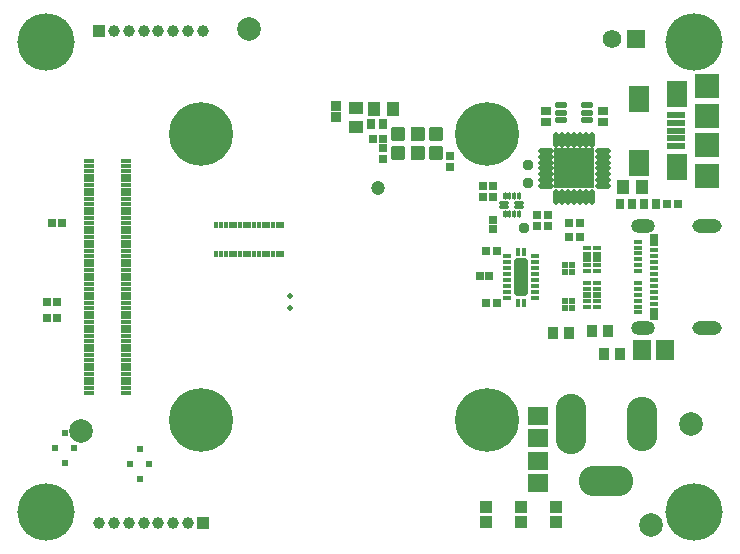
<source format=gbs>
G04*
G04 #@! TF.GenerationSoftware,Altium Limited,Altium Designer,20.0.13 (296)*
G04*
G04 Layer_Color=16711935*
%FSLAX44Y44*%
%MOMM*%
G71*
G01*
G75*
%ADD60C,1.2032*%
%ADD64C,2.0000*%
%ADD66R,0.8232X0.8232*%
%ADD67R,0.8532X0.7532*%
%ADD68R,0.7532X0.8532*%
%ADD69R,0.9032X1.1032*%
%ADD74R,1.1032X1.2032*%
%ADD75R,0.6532X0.7532*%
%ADD78R,0.7232X0.7232*%
%ADD81R,0.6500X0.4000*%
%ADD82R,0.6500X0.5000*%
%ADD83R,1.5032X1.7032*%
%ADD84R,1.7032X1.5032*%
%ADD85R,0.7232X0.7232*%
%ADD89R,0.7532X0.6532*%
%ADD91R,1.2032X1.1032*%
%ADD95O,0.6096X0.6092*%
%ADD96O,4.6000X2.6000*%
%ADD97O,2.6000X5.1000*%
%ADD98O,2.6000X4.6000*%
%ADD99C,2.0032*%
%ADD100C,1.0032*%
%ADD101R,1.0032X1.0032*%
%ADD102C,4.8500*%
%ADD103R,1.5712X1.5712*%
%ADD104C,1.5712*%
%ADD105O,2.0000X1.2000*%
%ADD106O,2.5000X1.2000*%
%ADD108C,0.5032*%
%ADD109C,0.6080*%
%ADD165R,0.3200X0.6000*%
%ADD166C,0.9532*%
G04:AMPARAMS|DCode=167|XSize=0.3mm|YSize=0.8mm|CornerRadius=0.1mm|HoleSize=0mm|Usage=FLASHONLY|Rotation=270.000|XOffset=0mm|YOffset=0mm|HoleType=Round|Shape=RoundedRectangle|*
%AMROUNDEDRECTD167*
21,1,0.3000,0.6000,0,0,270.0*
21,1,0.1000,0.8000,0,0,270.0*
1,1,0.2000,-0.3000,-0.0500*
1,1,0.2000,-0.3000,0.0500*
1,1,0.2000,0.3000,0.0500*
1,1,0.2000,0.3000,-0.0500*
%
%ADD167ROUNDEDRECTD167*%
G04:AMPARAMS|DCode=168|XSize=0.3mm|YSize=0.6mm|CornerRadius=0.1mm|HoleSize=0mm|Usage=FLASHONLY|Rotation=180.000|XOffset=0mm|YOffset=0mm|HoleType=Round|Shape=RoundedRectangle|*
%AMROUNDEDRECTD168*
21,1,0.3000,0.4000,0,0,180.0*
21,1,0.1000,0.6000,0,0,180.0*
1,1,0.2000,-0.0500,0.2000*
1,1,0.2000,0.0500,0.2000*
1,1,0.2000,0.0500,-0.2000*
1,1,0.2000,-0.0500,-0.2000*
%
%ADD168ROUNDEDRECTD168*%
%ADD169R,0.5632X0.5232*%
G04:AMPARAMS|DCode=170|XSize=0.39mm|YSize=0.74mm|CornerRadius=0.095mm|HoleSize=0mm|Usage=FLASHONLY|Rotation=270.000|XOffset=0mm|YOffset=0mm|HoleType=Round|Shape=RoundedRectangle|*
%AMROUNDEDRECTD170*
21,1,0.3900,0.5500,0,0,270.0*
21,1,0.2000,0.7400,0,0,270.0*
1,1,0.1900,-0.2750,-0.1000*
1,1,0.1900,-0.2750,0.1000*
1,1,0.1900,0.2750,0.1000*
1,1,0.1900,0.2750,-0.1000*
%
%ADD170ROUNDEDRECTD170*%
G04:AMPARAMS|DCode=171|XSize=1.14mm|YSize=3.14mm|CornerRadius=0.12mm|HoleSize=0mm|Usage=FLASHONLY|Rotation=0.000|XOffset=0mm|YOffset=0mm|HoleType=Round|Shape=RoundedRectangle|*
%AMROUNDEDRECTD171*
21,1,1.1400,2.9000,0,0,0.0*
21,1,0.9000,3.1400,0,0,0.0*
1,1,0.2400,0.4500,-1.4500*
1,1,0.2400,-0.4500,-1.4500*
1,1,0.2400,-0.4500,1.4500*
1,1,0.2400,0.4500,1.4500*
%
%ADD171ROUNDEDRECTD171*%
G04:AMPARAMS|DCode=172|XSize=0.39mm|YSize=0.74mm|CornerRadius=0.095mm|HoleSize=0mm|Usage=FLASHONLY|Rotation=0.000|XOffset=0mm|YOffset=0mm|HoleType=Round|Shape=RoundedRectangle|*
%AMROUNDEDRECTD172*
21,1,0.3900,0.5500,0,0,0.0*
21,1,0.2000,0.7400,0,0,0.0*
1,1,0.1900,0.1000,-0.2750*
1,1,0.1900,-0.1000,-0.2750*
1,1,0.1900,-0.1000,0.2750*
1,1,0.1900,0.1000,0.2750*
%
%ADD172ROUNDEDRECTD172*%
%ADD173R,0.8000X0.4000*%
%ADD174R,0.8000X1.1000*%
%ADD175R,1.8032X2.3032*%
%ADD176R,1.5532X0.6032*%
%ADD177R,2.1032X2.0032*%
%ADD178R,2.1032X2.1032*%
%ADD179R,3.3532X3.3532*%
%ADD180O,1.3532X0.5032*%
%ADD181O,0.5032X1.3532*%
G04:AMPARAMS|DCode=182|XSize=0.552mm|YSize=1.052mm|CornerRadius=0.176mm|HoleSize=0mm|Usage=FLASHONLY|Rotation=90.000|XOffset=0mm|YOffset=0mm|HoleType=Round|Shape=RoundedRectangle|*
%AMROUNDEDRECTD182*
21,1,0.5520,0.7000,0,0,90.0*
21,1,0.2000,1.0520,0,0,90.0*
1,1,0.3520,0.3500,0.1000*
1,1,0.3520,0.3500,-0.1000*
1,1,0.3520,-0.3500,-0.1000*
1,1,0.3520,-0.3500,0.1000*
%
%ADD182ROUNDEDRECTD182*%
%ADD183R,1.7032X2.2032*%
%ADD184R,0.9032X0.3832*%
%ADD185C,5.4000*%
D60*
X306982Y300261D02*
D03*
D64*
X538000Y15000D02*
D03*
X55500Y95000D02*
D03*
X198000Y435000D02*
D03*
D66*
X271000Y360500D02*
D03*
Y369500D02*
D03*
D67*
X497000Y356000D02*
D03*
Y366000D02*
D03*
X449000D02*
D03*
Y356000D02*
D03*
D68*
X310909Y354640D02*
D03*
X300909D02*
D03*
X542000Y287000D02*
D03*
X532000D02*
D03*
X512000Y287000D02*
D03*
X522000D02*
D03*
D69*
X498000Y160000D02*
D03*
X512000D02*
D03*
X455000Y178000D02*
D03*
X469000D02*
D03*
X502000Y179000D02*
D03*
X488000D02*
D03*
D74*
X303150Y367030D02*
D03*
X319150D02*
D03*
X514000Y301000D02*
D03*
X530000D02*
D03*
X356375Y345917D02*
D03*
X340375D02*
D03*
X323875D02*
D03*
X339875D02*
D03*
X340375Y329917D02*
D03*
X356375D02*
D03*
X339875D02*
D03*
X323875D02*
D03*
D75*
X404500Y293000D02*
D03*
X395500D02*
D03*
X468500Y259000D02*
D03*
X477500D02*
D03*
X441471Y268480D02*
D03*
X450472D02*
D03*
X441770Y278000D02*
D03*
X450770D02*
D03*
X404500Y302000D02*
D03*
X395500D02*
D03*
X468500Y271000D02*
D03*
X477500D02*
D03*
X26500Y204000D02*
D03*
X35500D02*
D03*
X311500Y342000D02*
D03*
X302500D02*
D03*
X39500Y271000D02*
D03*
X30500D02*
D03*
X407500Y203000D02*
D03*
X398500D02*
D03*
X407500Y247000D02*
D03*
X398500D02*
D03*
X560500Y287000D02*
D03*
X551500D02*
D03*
X26500Y190000D02*
D03*
X35500D02*
D03*
D78*
X393000Y226000D02*
D03*
X401000D02*
D03*
D81*
X491900Y250000D02*
D03*
Y245000D02*
D03*
Y235000D02*
D03*
Y230000D02*
D03*
X484100D02*
D03*
Y235000D02*
D03*
Y245000D02*
D03*
Y250000D02*
D03*
X491900Y220000D02*
D03*
Y215000D02*
D03*
Y205000D02*
D03*
Y200000D02*
D03*
X484100D02*
D03*
Y205000D02*
D03*
Y215000D02*
D03*
Y220000D02*
D03*
D82*
X491900Y240000D02*
D03*
X484100D02*
D03*
X491900Y210000D02*
D03*
X484100D02*
D03*
D83*
X549500Y163000D02*
D03*
X530500D02*
D03*
D84*
X442000Y107500D02*
D03*
Y88500D02*
D03*
X442000Y50500D02*
D03*
Y69500D02*
D03*
D85*
X404235Y265334D02*
D03*
Y273334D02*
D03*
D89*
X368000Y327500D02*
D03*
Y318500D02*
D03*
X311375Y333917D02*
D03*
Y324917D02*
D03*
D91*
X287827Y352214D02*
D03*
Y368214D02*
D03*
X356375Y345917D02*
D03*
Y329917D02*
D03*
X340375Y345917D02*
D03*
Y329917D02*
D03*
X323875Y345917D02*
D03*
Y329917D02*
D03*
D95*
X41500Y93250D02*
D03*
X41500Y67750D02*
D03*
X33750Y80500D02*
D03*
X49250D02*
D03*
X105000Y79750D02*
D03*
X105000Y54250D02*
D03*
X97250Y67000D02*
D03*
X112750D02*
D03*
D96*
X499750Y52750D02*
D03*
D97*
X470000Y101000D02*
D03*
D98*
X530000Y101000D02*
D03*
D99*
X571750Y101000D02*
D03*
D100*
X158500Y433000D02*
D03*
X146000D02*
D03*
X108500D02*
D03*
X96000D02*
D03*
X83500D02*
D03*
X121000D02*
D03*
X133500D02*
D03*
X71000Y17000D02*
D03*
X96000D02*
D03*
X83500D02*
D03*
X146000D02*
D03*
X133500D02*
D03*
X108500D02*
D03*
X121000D02*
D03*
D101*
X428000Y17750D02*
D03*
Y30250D02*
D03*
X398000Y17750D02*
D03*
Y30250D02*
D03*
X458000Y17750D02*
D03*
Y30250D02*
D03*
X71000Y433000D02*
D03*
X158500Y17000D02*
D03*
D102*
X26000Y424000D02*
D03*
X574000Y26000D02*
D03*
X26000D02*
D03*
X574000Y424000D02*
D03*
D103*
X525000Y427000D02*
D03*
D104*
X505000D02*
D03*
D105*
X531509Y268263D02*
D03*
Y181862D02*
D03*
D106*
X585109Y268263D02*
D03*
Y181862D02*
D03*
D108*
X232000Y209000D02*
D03*
Y199000D02*
D03*
D109*
X171673Y360672D02*
D03*
X142327Y331328D02*
D03*
Y360672D02*
D03*
X171673Y331328D02*
D03*
Y89328D02*
D03*
X142327Y118672D02*
D03*
Y89328D02*
D03*
X171673Y118672D02*
D03*
X413673D02*
D03*
X384328Y89328D02*
D03*
X384327Y118672D02*
D03*
X413673Y89328D02*
D03*
Y331328D02*
D03*
X384327Y360672D02*
D03*
X384328Y331328D02*
D03*
X413673Y360672D02*
D03*
D165*
X226000Y245000D02*
D03*
X222000D02*
D03*
X218000D02*
D03*
X214000D02*
D03*
X202000D02*
D03*
X198000D02*
D03*
X194000D02*
D03*
X190000D02*
D03*
X186000D02*
D03*
X182000D02*
D03*
X178000D02*
D03*
X174000D02*
D03*
X170000D02*
D03*
Y269000D02*
D03*
X174000D02*
D03*
X178000D02*
D03*
X182000D02*
D03*
X186000D02*
D03*
X190000D02*
D03*
X194000D02*
D03*
X198000D02*
D03*
X202000D02*
D03*
X206000D02*
D03*
X210000D02*
D03*
X214000D02*
D03*
X218000D02*
D03*
X222000D02*
D03*
X226000D02*
D03*
X210000Y245000D02*
D03*
X206000D02*
D03*
D166*
X434032Y320080D02*
D03*
X434108Y304756D02*
D03*
X430176Y266836D02*
D03*
D167*
X413501Y284000D02*
D03*
Y288000D02*
D03*
X426501D02*
D03*
Y284000D02*
D03*
D168*
X414001Y293499D02*
D03*
X418001D02*
D03*
X422001D02*
D03*
X426001D02*
D03*
Y278499D02*
D03*
X422001D02*
D03*
X418001D02*
D03*
X414001D02*
D03*
D169*
X465200Y205000D02*
D03*
X470800D02*
D03*
X465200Y235000D02*
D03*
X470800D02*
D03*
X465200Y229000D02*
D03*
X470800D02*
D03*
X465200Y199000D02*
D03*
X470800D02*
D03*
D170*
X439500Y242500D02*
D03*
Y237500D02*
D03*
Y222500D02*
D03*
Y217500D02*
D03*
Y227500D02*
D03*
X416500Y212500D02*
D03*
Y217500D02*
D03*
Y237500D02*
D03*
Y232500D02*
D03*
Y207500D02*
D03*
Y222500D02*
D03*
Y227500D02*
D03*
Y242500D02*
D03*
X439500Y232500D02*
D03*
Y207500D02*
D03*
Y212500D02*
D03*
D171*
X428000Y225000D02*
D03*
D172*
X425500Y246500D02*
D03*
X430500D02*
D03*
Y203500D02*
D03*
X425500D02*
D03*
D173*
X540409Y202562D02*
D03*
Y207563D02*
D03*
X527409Y255063D02*
D03*
Y250062D02*
D03*
Y245063D02*
D03*
Y240062D02*
D03*
Y235062D02*
D03*
Y230063D02*
D03*
Y220063D02*
D03*
Y215062D02*
D03*
Y210063D02*
D03*
Y205062D02*
D03*
Y200063D02*
D03*
Y195062D02*
D03*
X540409Y212562D02*
D03*
Y217563D02*
D03*
Y222562D02*
D03*
Y227563D02*
D03*
Y232562D02*
D03*
Y237563D02*
D03*
Y242562D02*
D03*
Y247563D02*
D03*
D174*
Y194062D02*
D03*
Y256062D02*
D03*
D175*
X560250Y318000D02*
D03*
Y380000D02*
D03*
D176*
X559000Y336000D02*
D03*
Y342500D02*
D03*
Y362000D02*
D03*
Y355500D02*
D03*
Y349000D02*
D03*
D177*
X585750Y387000D02*
D03*
Y311000D02*
D03*
D178*
Y361000D02*
D03*
Y337000D02*
D03*
D179*
X473000Y317000D02*
D03*
D180*
X497000Y332000D02*
D03*
Y327000D02*
D03*
Y322000D02*
D03*
Y317000D02*
D03*
Y312000D02*
D03*
Y307000D02*
D03*
Y302000D02*
D03*
X449000D02*
D03*
Y307000D02*
D03*
Y312000D02*
D03*
Y317000D02*
D03*
Y322000D02*
D03*
Y327000D02*
D03*
Y332000D02*
D03*
D181*
X488000Y293000D02*
D03*
X483000D02*
D03*
X478000D02*
D03*
X473000D02*
D03*
X468000D02*
D03*
X463000D02*
D03*
X458000D02*
D03*
Y341000D02*
D03*
X463000D02*
D03*
X468000D02*
D03*
X473000D02*
D03*
X478000D02*
D03*
X483000D02*
D03*
X488000D02*
D03*
D182*
X484000Y370750D02*
D03*
Y364250D02*
D03*
Y357750D02*
D03*
X462000D02*
D03*
Y364250D02*
D03*
Y370750D02*
D03*
D183*
X528000Y376000D02*
D03*
Y322000D02*
D03*
D184*
X93400Y127000D02*
D03*
Y139000D02*
D03*
Y147000D02*
D03*
Y151000D02*
D03*
Y155000D02*
D03*
Y159000D02*
D03*
Y163000D02*
D03*
Y167000D02*
D03*
Y171000D02*
D03*
Y175000D02*
D03*
Y179000D02*
D03*
Y183000D02*
D03*
Y187000D02*
D03*
Y191000D02*
D03*
Y195000D02*
D03*
Y199000D02*
D03*
Y203000D02*
D03*
Y207000D02*
D03*
Y211000D02*
D03*
Y215000D02*
D03*
Y219000D02*
D03*
Y223000D02*
D03*
Y227000D02*
D03*
Y231000D02*
D03*
Y235000D02*
D03*
Y239000D02*
D03*
Y243000D02*
D03*
Y247000D02*
D03*
Y251000D02*
D03*
Y255000D02*
D03*
Y259000D02*
D03*
Y263000D02*
D03*
Y267000D02*
D03*
Y271000D02*
D03*
Y275000D02*
D03*
Y287000D02*
D03*
Y299000D02*
D03*
Y303000D02*
D03*
Y307000D02*
D03*
Y311000D02*
D03*
Y315000D02*
D03*
Y319000D02*
D03*
Y323000D02*
D03*
X62600Y127000D02*
D03*
Y139000D02*
D03*
Y147000D02*
D03*
Y151000D02*
D03*
Y155000D02*
D03*
Y159000D02*
D03*
Y163000D02*
D03*
Y167000D02*
D03*
Y171000D02*
D03*
Y175000D02*
D03*
Y179000D02*
D03*
Y183000D02*
D03*
Y187000D02*
D03*
Y191000D02*
D03*
Y195000D02*
D03*
Y199000D02*
D03*
Y203000D02*
D03*
Y207000D02*
D03*
Y211000D02*
D03*
Y215000D02*
D03*
Y219000D02*
D03*
Y223000D02*
D03*
Y227000D02*
D03*
Y231000D02*
D03*
Y235000D02*
D03*
Y239000D02*
D03*
Y243000D02*
D03*
Y247000D02*
D03*
Y251000D02*
D03*
Y255000D02*
D03*
Y259000D02*
D03*
Y263000D02*
D03*
Y275000D02*
D03*
Y279000D02*
D03*
Y283000D02*
D03*
Y287000D02*
D03*
Y299000D02*
D03*
Y303000D02*
D03*
Y307000D02*
D03*
Y311000D02*
D03*
Y323000D02*
D03*
X93400Y279000D02*
D03*
Y283000D02*
D03*
X62600Y131000D02*
D03*
Y135000D02*
D03*
X93400Y131000D02*
D03*
Y135000D02*
D03*
Y143000D02*
D03*
Y291000D02*
D03*
Y295000D02*
D03*
X62600Y291000D02*
D03*
Y295000D02*
D03*
Y315000D02*
D03*
Y319000D02*
D03*
Y143000D02*
D03*
Y267000D02*
D03*
Y271000D02*
D03*
D185*
X157000Y346000D02*
D03*
Y104000D02*
D03*
X399000Y104000D02*
D03*
Y346000D02*
D03*
M02*

</source>
